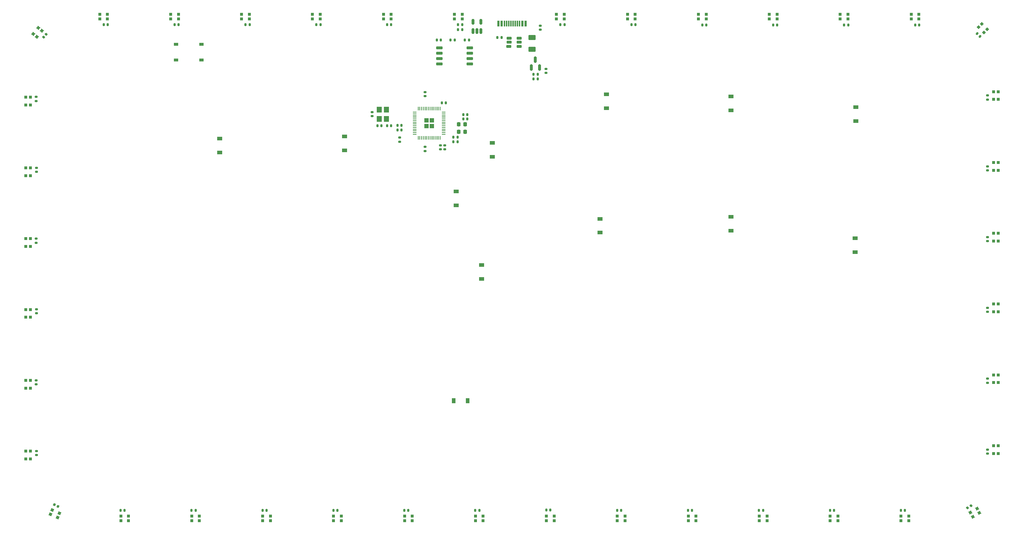
<source format=gtp>
%TF.GenerationSoftware,KiCad,Pcbnew,(6.0.6)*%
%TF.CreationDate,2023-02-26T23:17:29-05:00*%
%TF.ProjectId,fightstick_v2,66696768-7473-4746-9963-6b5f76322e6b,rev?*%
%TF.SameCoordinates,Original*%
%TF.FileFunction,Paste,Top*%
%TF.FilePolarity,Positive*%
%FSLAX46Y46*%
G04 Gerber Fmt 4.6, Leading zero omitted, Abs format (unit mm)*
G04 Created by KiCad (PCBNEW (6.0.6)) date 2023-02-26 23:17:29*
%MOMM*%
%LPD*%
G01*
G04 APERTURE LIST*
G04 Aperture macros list*
%AMRoundRect*
0 Rectangle with rounded corners*
0 $1 Rounding radius*
0 $2 $3 $4 $5 $6 $7 $8 $9 X,Y pos of 4 corners*
0 Add a 4 corners polygon primitive as box body*
4,1,4,$2,$3,$4,$5,$6,$7,$8,$9,$2,$3,0*
0 Add four circle primitives for the rounded corners*
1,1,$1+$1,$2,$3*
1,1,$1+$1,$4,$5*
1,1,$1+$1,$6,$7*
1,1,$1+$1,$8,$9*
0 Add four rect primitives between the rounded corners*
20,1,$1+$1,$2,$3,$4,$5,0*
20,1,$1+$1,$4,$5,$6,$7,0*
20,1,$1+$1,$6,$7,$8,$9,0*
20,1,$1+$1,$8,$9,$2,$3,0*%
%AMRotRect*
0 Rectangle, with rotation*
0 The origin of the aperture is its center*
0 $1 length*
0 $2 width*
0 $3 Rotation angle, in degrees counterclockwise*
0 Add horizontal line*
21,1,$1,$2,0,0,$3*%
G04 Aperture macros list end*
%ADD10R,1.000000X0.750000*%
%ADD11R,1.200000X0.900000*%
%ADD12RoundRect,0.140000X0.044010X-0.215785X0.220220X0.001816X-0.044010X0.215785X-0.220220X-0.001816X0*%
%ADD13RoundRect,0.140000X0.140000X0.170000X-0.140000X0.170000X-0.140000X-0.170000X0.140000X-0.170000X0*%
%ADD14R,0.700000X0.700000*%
%ADD15RoundRect,0.140000X-0.170000X0.140000X-0.170000X-0.140000X0.170000X-0.140000X0.170000X0.140000X0*%
%ADD16RoundRect,0.140000X-0.140000X-0.170000X0.140000X-0.170000X0.140000X0.170000X-0.140000X0.170000X0*%
%ADD17RoundRect,0.140000X0.170000X-0.140000X0.170000X0.140000X-0.170000X0.140000X-0.170000X-0.140000X0*%
%ADD18RoundRect,0.225000X0.225000X0.250000X-0.225000X0.250000X-0.225000X-0.250000X0.225000X-0.250000X0*%
%ADD19RoundRect,0.150000X-0.650000X-0.150000X0.650000X-0.150000X0.650000X0.150000X-0.650000X0.150000X0*%
%ADD20R,0.900000X1.200000*%
%ADD21RotRect,0.700000X0.700000X210.000000*%
%ADD22RotRect,0.700000X0.700000X30.000000*%
%ADD23RoundRect,0.250000X-0.292217X0.292217X-0.292217X-0.292217X0.292217X-0.292217X0.292217X0.292217X0*%
%ADD24RoundRect,0.050000X-0.050000X0.387500X-0.050000X-0.387500X0.050000X-0.387500X0.050000X0.387500X0*%
%ADD25RoundRect,0.050000X-0.387500X0.050000X-0.387500X-0.050000X0.387500X-0.050000X0.387500X0.050000X0*%
%ADD26RotRect,0.700000X0.700000X316.000000*%
%ADD27RotRect,0.700000X0.700000X136.000000*%
%ADD28RoundRect,0.150000X-0.475000X-0.150000X0.475000X-0.150000X0.475000X0.150000X-0.475000X0.150000X0*%
%ADD29RoundRect,0.140000X0.036244X0.217224X-0.206244X0.077224X-0.036244X-0.217224X0.206244X-0.077224X0*%
%ADD30RoundRect,0.150000X0.150000X-0.587500X0.150000X0.587500X-0.150000X0.587500X-0.150000X-0.587500X0*%
%ADD31RotRect,0.700000X0.700000X51.000000*%
%ADD32RotRect,0.700000X0.700000X231.000000*%
%ADD33RoundRect,0.140000X0.195295X0.101783X-0.062446X0.211188X-0.195295X-0.101783X0.062446X-0.211188X0*%
%ADD34RoundRect,0.150000X0.150000X-0.512500X0.150000X0.512500X-0.150000X0.512500X-0.150000X-0.512500X0*%
%ADD35RotRect,0.700000X0.700000X157.000000*%
%ADD36RotRect,0.700000X0.700000X337.000000*%
%ADD37RoundRect,0.250000X-0.625000X0.375000X-0.625000X-0.375000X0.625000X-0.375000X0.625000X0.375000X0*%
%ADD38RoundRect,0.140000X-0.218799X-0.025036X-0.017384X-0.219540X0.218799X0.025036X0.017384X0.219540X0*%
%ADD39R,0.600000X1.450000*%
%ADD40R,0.300000X1.450000*%
%ADD41R,1.200000X1.400000*%
G04 APERTURE END LIST*
D10*
%TO.C,S1*%
X83150000Y-32475000D03*
X89150000Y-32475000D03*
X83150000Y-36225000D03*
X89150000Y-36225000D03*
%TD*%
D11*
%TO.C,D2*%
X123000000Y-54350000D03*
X123000000Y-57650000D03*
%TD*%
D12*
%TO.C,C24*%
X51797926Y-30823030D03*
X52402074Y-30076970D03*
%TD*%
D13*
%TO.C,C40*%
X205280000Y-142950000D03*
X204320000Y-142950000D03*
%TD*%
D14*
%TO.C,D21*%
X115459429Y-25350000D03*
X115459429Y-26450000D03*
X117289429Y-26450000D03*
X117289429Y-25350000D03*
%TD*%
D11*
%TO.C,D9*%
X155500000Y-84850000D03*
X155500000Y-88150000D03*
%TD*%
D15*
%TO.C,C16*%
X145700000Y-56420000D03*
X145700000Y-57380000D03*
%TD*%
D14*
%TO.C,D23*%
X206205072Y-145450000D03*
X206205072Y-144350000D03*
X204375072Y-144350000D03*
X204375072Y-145450000D03*
%TD*%
%TO.C,D22*%
X47628419Y-130772822D03*
X48728419Y-130772822D03*
X48728419Y-128942822D03*
X47628419Y-128942822D03*
%TD*%
%TO.C,D17*%
X132245608Y-25350000D03*
X132245608Y-26450000D03*
X134075608Y-26450000D03*
X134075608Y-25350000D03*
%TD*%
D16*
%TO.C,C22*%
X82820000Y-27800000D03*
X83780000Y-27800000D03*
%TD*%
D17*
%TO.C,C13*%
X142062502Y-44780000D03*
X142062502Y-43820000D03*
%TD*%
D13*
%TO.C,C3*%
X131792501Y-51799999D03*
X130832501Y-51799999D03*
%TD*%
D11*
%TO.C,D12*%
X243900000Y-81800000D03*
X243900000Y-78500000D03*
%TD*%
D13*
%TO.C,C39*%
X188530000Y-142950000D03*
X187570000Y-142950000D03*
%TD*%
D14*
%TO.C,D29*%
X81887070Y-25350000D03*
X81887070Y-26450000D03*
X83717070Y-26450000D03*
X83717070Y-25350000D03*
%TD*%
%TO.C,D24*%
X277728419Y-43719515D03*
X276628419Y-43719515D03*
X276628419Y-45549515D03*
X277728419Y-45549515D03*
%TD*%
%TO.C,D18*%
X47628419Y-113986642D03*
X48728419Y-113986642D03*
X48728419Y-112156642D03*
X47628419Y-112156642D03*
%TD*%
D18*
%TO.C,R4*%
X151587500Y-53200001D03*
X150037500Y-53200001D03*
%TD*%
D15*
%TO.C,C49*%
X275150000Y-61420000D03*
X275150000Y-62380000D03*
%TD*%
%TO.C,C2*%
X129562500Y-48570001D03*
X129562500Y-49530001D03*
%TD*%
D16*
%TO.C,C21*%
X99620000Y-27800000D03*
X100580000Y-27800000D03*
%TD*%
%TO.C,C55*%
X207670000Y-27900000D03*
X208630000Y-27900000D03*
%TD*%
D13*
%TO.C,C34*%
X104580000Y-142950000D03*
X103620000Y-142950000D03*
%TD*%
%TO.C,C38*%
X171730000Y-142900000D03*
X170770000Y-142900000D03*
%TD*%
D16*
%TO.C,C52*%
X258070000Y-27900000D03*
X259030000Y-27900000D03*
%TD*%
D13*
%TO.C,C32*%
X70980000Y-143000000D03*
X70020000Y-143000000D03*
%TD*%
D16*
%TO.C,C8*%
X148820000Y-54500000D03*
X149780000Y-54500000D03*
%TD*%
D14*
%TO.C,D41*%
X47628419Y-46841924D03*
X48728419Y-46841924D03*
X48728419Y-45011924D03*
X47628419Y-45011924D03*
%TD*%
D17*
%TO.C,C26*%
X50150000Y-62730000D03*
X50150000Y-61770000D03*
%TD*%
D15*
%TO.C,R6*%
X169350000Y-28070000D03*
X169350000Y-29030000D03*
%TD*%
D19*
%TO.C,U2*%
X145500000Y-33295000D03*
X145500000Y-34565000D03*
X145500000Y-35835000D03*
X145500000Y-37105000D03*
X152700000Y-37105000D03*
X152700000Y-35835000D03*
X152700000Y-34565000D03*
X152700000Y-33295000D03*
%TD*%
D15*
%TO.C,C50*%
X275150000Y-44620000D03*
X275150000Y-45580000D03*
%TD*%
D14*
%TO.C,D51*%
X277728419Y-94078054D03*
X276628419Y-94078054D03*
X276628419Y-95908054D03*
X277728419Y-95908054D03*
%TD*%
%TO.C,D20*%
X277728419Y-60505695D03*
X276628419Y-60505695D03*
X276628419Y-62335695D03*
X277728419Y-62335695D03*
%TD*%
D11*
%TO.C,D3*%
X149500000Y-67350000D03*
X149500000Y-70650000D03*
%TD*%
D20*
%TO.C,D4*%
X148850000Y-117000000D03*
X152150000Y-117000000D03*
%TD*%
D13*
%TO.C,R2*%
X149080000Y-31450000D03*
X148120000Y-31450000D03*
%TD*%
D14*
%TO.C,D45*%
X47628419Y-63628104D03*
X48728419Y-63628104D03*
X48728419Y-61798104D03*
X47628419Y-61798104D03*
%TD*%
D11*
%TO.C,D1*%
X93500000Y-54850000D03*
X93500000Y-58150000D03*
%TD*%
D15*
%TO.C,C11*%
X146750000Y-56420000D03*
X146750000Y-57380000D03*
%TD*%
%TO.C,C45*%
X275150000Y-128570000D03*
X275150000Y-129530000D03*
%TD*%
D14*
%TO.C,D14*%
X47628419Y-97200463D03*
X48728419Y-97200463D03*
X48728419Y-95370463D03*
X47628419Y-95370463D03*
%TD*%
D16*
%TO.C,C18*%
X149920000Y-27850000D03*
X150880000Y-27850000D03*
%TD*%
D11*
%TO.C,D5*%
X158000000Y-55850000D03*
X158000000Y-59150000D03*
%TD*%
D14*
%TO.C,D44*%
X206775000Y-25350000D03*
X206775000Y-26450000D03*
X208605000Y-26450000D03*
X208605000Y-25350000D03*
%TD*%
D17*
%TO.C,C27*%
X50100000Y-79530000D03*
X50100000Y-78570000D03*
%TD*%
D14*
%TO.C,D40*%
X223561179Y-25350000D03*
X223561179Y-26450000D03*
X225391179Y-26450000D03*
X225391179Y-25350000D03*
%TD*%
D21*
%TO.C,D39*%
X273263017Y-143548814D03*
X272713017Y-142596186D03*
D22*
X271128191Y-143511186D03*
X271678191Y-144463814D03*
%TD*%
D15*
%TO.C,C1*%
X170700000Y-38320000D03*
X170700000Y-39280000D03*
%TD*%
D13*
%TO.C,C7*%
X136517499Y-52800001D03*
X135557499Y-52800001D03*
%TD*%
%TO.C,R5*%
X134042502Y-51800000D03*
X133082502Y-51800000D03*
%TD*%
D16*
%TO.C,C19*%
X133120000Y-27800000D03*
X134080000Y-27800000D03*
%TD*%
%TO.C,R7*%
X159220000Y-30850000D03*
X160180000Y-30850000D03*
%TD*%
D13*
%TO.C,C33*%
X87780000Y-142950000D03*
X86820000Y-142950000D03*
%TD*%
%TO.C,C42*%
X238880000Y-142950000D03*
X237920000Y-142950000D03*
%TD*%
D14*
%TO.C,D19*%
X189418893Y-145450000D03*
X189418893Y-144350000D03*
X187588893Y-144350000D03*
X187588893Y-145450000D03*
%TD*%
%TO.C,D15*%
X172632713Y-145450000D03*
X172632713Y-144350000D03*
X170802713Y-144350000D03*
X170802713Y-145450000D03*
%TD*%
D16*
%TO.C,C57*%
X174120000Y-27850000D03*
X175080000Y-27850000D03*
%TD*%
D23*
%TO.C,U3*%
X142425000Y-50562501D03*
X143700000Y-50562501D03*
X143700000Y-51837501D03*
X142425000Y-51837501D03*
D24*
X145662500Y-47762501D03*
X145262500Y-47762501D03*
X144862500Y-47762501D03*
X144462500Y-47762501D03*
X144062500Y-47762501D03*
X143662500Y-47762501D03*
X143262500Y-47762501D03*
X142862500Y-47762501D03*
X142462500Y-47762501D03*
X142062500Y-47762501D03*
X141662500Y-47762501D03*
X141262500Y-47762501D03*
X140862500Y-47762501D03*
X140462500Y-47762501D03*
D25*
X139625000Y-48600001D03*
X139625000Y-49000001D03*
X139625000Y-49400001D03*
X139625000Y-49800001D03*
X139625000Y-50200001D03*
X139625000Y-50600001D03*
X139625000Y-51000001D03*
X139625000Y-51400001D03*
X139625000Y-51800001D03*
X139625000Y-52200001D03*
X139625000Y-52600001D03*
X139625000Y-53000001D03*
X139625000Y-53400001D03*
X139625000Y-53800001D03*
D24*
X140462500Y-54637501D03*
X140862500Y-54637501D03*
X141262500Y-54637501D03*
X141662500Y-54637501D03*
X142062500Y-54637501D03*
X142462500Y-54637501D03*
X142862500Y-54637501D03*
X143262500Y-54637501D03*
X143662500Y-54637501D03*
X144062500Y-54637501D03*
X144462500Y-54637501D03*
X144862500Y-54637501D03*
X145262500Y-54637501D03*
X145662500Y-54637501D03*
D25*
X146500000Y-53800001D03*
X146500000Y-53400001D03*
X146500000Y-53000001D03*
X146500000Y-52600001D03*
X146500000Y-52200001D03*
X146500000Y-51800001D03*
X146500000Y-51400001D03*
X146500000Y-51000001D03*
X146500000Y-50600001D03*
X146500000Y-50200001D03*
X146500000Y-49800001D03*
X146500000Y-49400001D03*
X146500000Y-49000001D03*
X146500000Y-48600001D03*
%TD*%
D13*
%TO.C,C58*%
X150880000Y-29000000D03*
X149920000Y-29000000D03*
%TD*%
D26*
%TO.C,D28*%
X273823866Y-27658751D03*
X273059742Y-28450024D03*
D27*
X274376134Y-29721249D03*
X275140258Y-28929976D03*
%TD*%
D16*
%TO.C,C53*%
X241270000Y-27900000D03*
X242230000Y-27900000D03*
%TD*%
D14*
%TO.C,D52*%
X173202641Y-25350000D03*
X173202641Y-26450000D03*
X175032641Y-26450000D03*
X175032641Y-25350000D03*
%TD*%
D28*
%TO.C,U4*%
X161995000Y-31070000D03*
X161995000Y-32020000D03*
X161920000Y-32970000D03*
X164345000Y-32970000D03*
X164345000Y-32020000D03*
X164345000Y-31070000D03*
%TD*%
D14*
%TO.C,D46*%
X139060354Y-145450000D03*
X139060354Y-144350000D03*
X137230354Y-144350000D03*
X137230354Y-145450000D03*
%TD*%
%TO.C,D36*%
X240347359Y-25350000D03*
X240347359Y-26450000D03*
X242177359Y-26450000D03*
X242177359Y-25350000D03*
%TD*%
D13*
%TO.C,C17*%
X168730000Y-40700000D03*
X167770000Y-40700000D03*
%TD*%
D17*
%TO.C,C30*%
X50150000Y-129880000D03*
X50150000Y-128920000D03*
%TD*%
D14*
%TO.C,D50*%
X155846534Y-145450000D03*
X155846534Y-144350000D03*
X154016534Y-144350000D03*
X154016534Y-145450000D03*
%TD*%
D13*
%TO.C,C35*%
X121380000Y-142950000D03*
X120420000Y-142950000D03*
%TD*%
D14*
%TO.C,D49*%
X47628419Y-80414283D03*
X48728419Y-80414283D03*
X48728419Y-78584283D03*
X47628419Y-78584283D03*
%TD*%
D18*
%TO.C,R3*%
X151587502Y-51480000D03*
X150037502Y-51480000D03*
%TD*%
D29*
%TO.C,C44*%
X271265692Y-141910000D03*
X270434308Y-142390000D03*
%TD*%
D13*
%TO.C,C37*%
X154930000Y-142950000D03*
X153970000Y-142950000D03*
%TD*%
D16*
%TO.C,C14*%
X146070000Y-46350000D03*
X147030000Y-46350000D03*
%TD*%
D11*
%TO.C,D7*%
X214500000Y-44850000D03*
X214500000Y-48150000D03*
%TD*%
D30*
%TO.C,U1*%
X167250000Y-37987500D03*
X169150000Y-37987500D03*
X168200000Y-36112500D03*
%TD*%
D14*
%TO.C,D38*%
X105487995Y-145450000D03*
X105487995Y-144350000D03*
X103657995Y-144350000D03*
X103657995Y-145450000D03*
%TD*%
D16*
%TO.C,C6*%
X151120000Y-49150000D03*
X152080000Y-49150000D03*
%TD*%
D31*
%TO.C,D37*%
X49376742Y-30004962D03*
X50231602Y-30697215D03*
D32*
X51383258Y-29275038D03*
X50528398Y-28582785D03*
%TD*%
D13*
%TO.C,C43*%
X255630000Y-142950000D03*
X254670000Y-142950000D03*
%TD*%
D16*
%TO.C,C23*%
X66020000Y-27800000D03*
X66980000Y-27800000D03*
%TD*%
D13*
%TO.C,R1*%
X145830000Y-31450000D03*
X144870000Y-31450000D03*
%TD*%
D14*
%TO.C,D33*%
X65100890Y-25350000D03*
X65100890Y-26450000D03*
X66930890Y-26450000D03*
X66930890Y-25350000D03*
%TD*%
D16*
%TO.C,C54*%
X224470000Y-27900000D03*
X225430000Y-27900000D03*
%TD*%
D33*
%TO.C,C31*%
X55241842Y-142037551D03*
X54358158Y-141662449D03*
%TD*%
D14*
%TO.C,D43*%
X277728419Y-127650413D03*
X276628419Y-127650413D03*
X276628419Y-129480413D03*
X277728419Y-129480413D03*
%TD*%
%TO.C,D30*%
X71915636Y-145450000D03*
X71915636Y-144350000D03*
X70085636Y-144350000D03*
X70085636Y-145450000D03*
%TD*%
%TO.C,D16*%
X277728419Y-77291874D03*
X276628419Y-77291874D03*
X276628419Y-79121874D03*
X277728419Y-79121874D03*
%TD*%
D16*
%TO.C,C10*%
X148820000Y-55600000D03*
X149780000Y-55600000D03*
%TD*%
%TO.C,C56*%
X190920000Y-27850000D03*
X191880000Y-27850000D03*
%TD*%
D34*
%TO.C,U5*%
X153400000Y-29387500D03*
X154350000Y-29387500D03*
X155300000Y-29387500D03*
X155300000Y-27112500D03*
X153400000Y-27112500D03*
%TD*%
D35*
%TO.C,D26*%
X55127360Y-144643797D03*
X55557164Y-143631241D03*
D36*
X53872640Y-142916203D03*
X53442836Y-143928759D03*
%TD*%
D13*
%TO.C,C41*%
X222080000Y-142950000D03*
X221120000Y-142950000D03*
%TD*%
D15*
%TO.C,C48*%
X275150000Y-78220000D03*
X275150000Y-79180000D03*
%TD*%
D13*
%TO.C,C36*%
X138130000Y-142950000D03*
X137170000Y-142950000D03*
%TD*%
D14*
%TO.C,D34*%
X88701816Y-145450000D03*
X88701816Y-144350000D03*
X86871816Y-144350000D03*
X86871816Y-145450000D03*
%TD*%
%TO.C,D47*%
X277728419Y-110864233D03*
X276628419Y-110864233D03*
X276628419Y-112694233D03*
X277728419Y-112694233D03*
%TD*%
%TO.C,D13*%
X149031788Y-25350000D03*
X149031788Y-26450000D03*
X150861788Y-26450000D03*
X150861788Y-25350000D03*
%TD*%
D11*
%TO.C,D8*%
X244000000Y-47350000D03*
X244000000Y-50650000D03*
%TD*%
D14*
%TO.C,D35*%
X256563611Y-145450000D03*
X256563611Y-144350000D03*
X254733611Y-144350000D03*
X254733611Y-145450000D03*
%TD*%
D37*
%TO.C,TH1*%
X167400000Y-30900000D03*
X167400000Y-33700000D03*
%TD*%
D16*
%TO.C,C20*%
X116370000Y-27850000D03*
X117330000Y-27850000D03*
%TD*%
D15*
%TO.C,C46*%
X275150000Y-111770000D03*
X275150000Y-112730000D03*
%TD*%
D11*
%TO.C,D10*%
X183500000Y-73850000D03*
X183500000Y-77150000D03*
%TD*%
%TO.C,D6*%
X185000000Y-44350000D03*
X185000000Y-47650000D03*
%TD*%
D13*
%TO.C,C4*%
X168730000Y-39600000D03*
X167770000Y-39600000D03*
%TD*%
D14*
%TO.C,D42*%
X122274175Y-145450000D03*
X122274175Y-144350000D03*
X120444175Y-144350000D03*
X120444175Y-145450000D03*
%TD*%
D17*
%TO.C,C25*%
X50100000Y-45930000D03*
X50100000Y-44970000D03*
%TD*%
D15*
%TO.C,C12*%
X142062501Y-56820000D03*
X142062501Y-57780000D03*
%TD*%
%TO.C,C47*%
X275150000Y-94970000D03*
X275150000Y-95930000D03*
%TD*%
D14*
%TO.C,D48*%
X189988820Y-25350000D03*
X189988820Y-26450000D03*
X191818820Y-26450000D03*
X191818820Y-25350000D03*
%TD*%
D17*
%TO.C,C28*%
X50150000Y-96280000D03*
X50150000Y-95320000D03*
%TD*%
D38*
%TO.C,C51*%
X272704717Y-29966564D03*
X273395283Y-30633436D03*
%TD*%
D39*
%TO.C,J1*%
X165918419Y-27545000D03*
X165118419Y-27545000D03*
D40*
X163918419Y-27545000D03*
X162918419Y-27545000D03*
X162418419Y-27545000D03*
X161418419Y-27545000D03*
D39*
X160218419Y-27545000D03*
X159418419Y-27545000D03*
X159418419Y-27545000D03*
X160218419Y-27545000D03*
D40*
X160918419Y-27545000D03*
X161918419Y-27545000D03*
X163418419Y-27545000D03*
X164418419Y-27545000D03*
D39*
X165118419Y-27545000D03*
X165918419Y-27545000D03*
%TD*%
D14*
%TO.C,D31*%
X239777431Y-145450000D03*
X239777431Y-144350000D03*
X237947431Y-144350000D03*
X237947431Y-145450000D03*
%TD*%
D11*
%TO.C,D11*%
X214500000Y-73350000D03*
X214500000Y-76650000D03*
%TD*%
D14*
%TO.C,D25*%
X98673249Y-25350000D03*
X98673249Y-26450000D03*
X100503249Y-26450000D03*
X100503249Y-25350000D03*
%TD*%
%TO.C,D27*%
X222991252Y-145450000D03*
X222991252Y-144350000D03*
X221161252Y-144350000D03*
X221161252Y-145450000D03*
%TD*%
%TO.C,D32*%
X257133538Y-25350000D03*
X257133538Y-26450000D03*
X258963538Y-26450000D03*
X258963538Y-25350000D03*
%TD*%
D13*
%TO.C,C5*%
X152480000Y-31450000D03*
X151520000Y-31450000D03*
%TD*%
D17*
%TO.C,C29*%
X50050000Y-113080000D03*
X50050000Y-112120000D03*
%TD*%
D13*
%TO.C,C9*%
X136530000Y-51750000D03*
X135570000Y-51750000D03*
%TD*%
D16*
%TO.C,C15*%
X151120000Y-50200000D03*
X152080000Y-50200000D03*
%TD*%
D41*
%TO.C,Y1*%
X132912500Y-50150001D03*
X132912500Y-47950001D03*
X131212500Y-47950001D03*
X131212500Y-50150001D03*
%TD*%
D17*
%TO.C,R8*%
X136100000Y-55580000D03*
X136100000Y-54620000D03*
%TD*%
M02*

</source>
